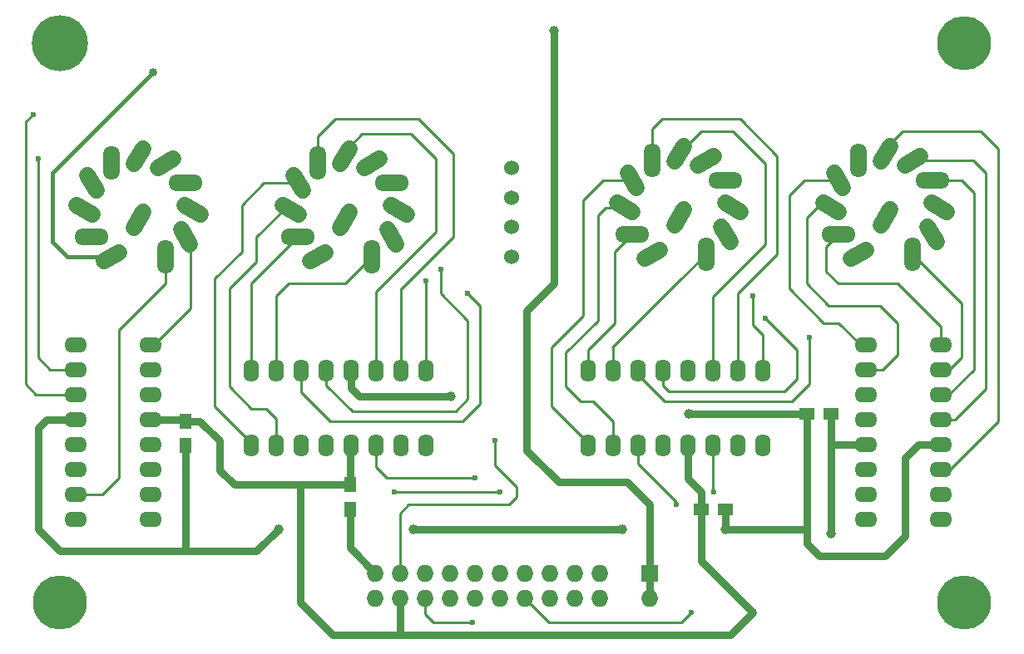
<source format=gtl>
G04 #@! TF.FileFunction,Copper,L1,Top,Signal*
%FSLAX46Y46*%
G04 Gerber Fmt 4.6, Leading zero omitted, Abs format (unit mm)*
G04 Created by KiCad (PCBNEW 4.0.4-stable) date 11/21/16 22:50:33*
%MOMM*%
%LPD*%
G01*
G04 APERTURE LIST*
%ADD10C,0.100000*%
%ADD11O,2.300000X1.600000*%
%ADD12O,1.600000X2.300000*%
%ADD13R,1.727200X1.727200*%
%ADD14O,1.727200X1.727200*%
%ADD15C,1.524000*%
%ADD16C,5.700000*%
%ADD17C,5.500000*%
%ADD18R,1.500000X1.250000*%
%ADD19R,1.250000X1.500000*%
%ADD20C,1.700000*%
%ADD21O,3.500000X1.700000*%
%ADD22O,1.700000X3.500000*%
%ADD23C,1.000000*%
%ADD24C,0.850000*%
%ADD25C,0.600000*%
%ADD26C,0.800000*%
%ADD27C,0.750000*%
%ADD28C,0.400000*%
%ADD29C,0.250000*%
G04 APERTURE END LIST*
D10*
D11*
X164000000Y-81750000D03*
X164000000Y-84290000D03*
X164000000Y-86830000D03*
X164000000Y-89370000D03*
X164000000Y-91910000D03*
X164000000Y-94450000D03*
X164000000Y-96990000D03*
X164000000Y-99530000D03*
X171620000Y-99530000D03*
X171620000Y-96990000D03*
X171620000Y-94450000D03*
X171620000Y-91910000D03*
X171620000Y-89370000D03*
X171620000Y-86830000D03*
X171620000Y-84290000D03*
X171620000Y-81750000D03*
D12*
X135750000Y-92000000D03*
X138290000Y-92000000D03*
X140830000Y-92000000D03*
X143370000Y-92000000D03*
X145910000Y-92000000D03*
X148450000Y-92000000D03*
X150990000Y-92000000D03*
X153530000Y-92000000D03*
X153530000Y-84380000D03*
X150990000Y-84380000D03*
X148450000Y-84380000D03*
X145910000Y-84380000D03*
X143370000Y-84380000D03*
X140830000Y-84380000D03*
X138290000Y-84380000D03*
X135750000Y-84380000D03*
X101500000Y-92000000D03*
X104040000Y-92000000D03*
X106580000Y-92000000D03*
X109120000Y-92000000D03*
X111660000Y-92000000D03*
X114200000Y-92000000D03*
X116740000Y-92000000D03*
X119280000Y-92000000D03*
X119280000Y-84380000D03*
X116740000Y-84380000D03*
X114200000Y-84380000D03*
X111660000Y-84380000D03*
X109120000Y-84380000D03*
X106580000Y-84380000D03*
X104040000Y-84380000D03*
X101500000Y-84380000D03*
D11*
X91250000Y-99500000D03*
X91250000Y-96960000D03*
X91250000Y-94420000D03*
X91250000Y-91880000D03*
X91250000Y-89340000D03*
X91250000Y-86800000D03*
X91250000Y-84260000D03*
X91250000Y-81720000D03*
X83630000Y-81720000D03*
X83630000Y-84260000D03*
X83630000Y-86800000D03*
X83630000Y-89340000D03*
X83630000Y-91880000D03*
X83630000Y-94420000D03*
X83630000Y-96960000D03*
X83630000Y-99500000D03*
D13*
X142000000Y-105000000D03*
D14*
X142000000Y-107540000D03*
X136920000Y-105000000D03*
X136920000Y-107540000D03*
X134380000Y-105000000D03*
X134380000Y-107540000D03*
X131840000Y-105000000D03*
X131840000Y-107540000D03*
X129300000Y-105000000D03*
X129300000Y-107540000D03*
X126760000Y-105000000D03*
X126760000Y-107540000D03*
X124220000Y-105000000D03*
X124220000Y-107540000D03*
X121680000Y-105000000D03*
X121680000Y-107540000D03*
X119140000Y-105000000D03*
X119140000Y-107540000D03*
X116600000Y-105000000D03*
X116600000Y-107540000D03*
X114060000Y-105000000D03*
X114060000Y-107540000D03*
D15*
X128000000Y-66750000D03*
X128000000Y-63750000D03*
X128000000Y-72750000D03*
X128000000Y-69750000D03*
D16*
X82000000Y-51000000D03*
D17*
X174000000Y-51000000D03*
X174000000Y-108000000D03*
X82000000Y-108000000D03*
D18*
X147250000Y-98500000D03*
X149750000Y-98500000D03*
D19*
X94750000Y-89500000D03*
X94750000Y-92000000D03*
X111500000Y-96000000D03*
X111500000Y-98500000D03*
D18*
X160500000Y-88750000D03*
X158000000Y-88750000D03*
D20*
X145450000Y-67970577D02*
X144550000Y-69529423D01*
X149720577Y-67300000D02*
X151279423Y-68200000D01*
D21*
X149763140Y-65000000D03*
D20*
X146970577Y-63436860D02*
X148529423Y-62536860D01*
X144550000Y-63029423D02*
X145450000Y-61470577D01*
D22*
X142250000Y-62986860D03*
D20*
X140686860Y-65779423D02*
X139786860Y-64220577D01*
X140279423Y-68200000D02*
X138720577Y-67300000D01*
D21*
X140236860Y-70500000D03*
D20*
X143029423Y-72063140D02*
X141470577Y-72963140D01*
D22*
X147750000Y-72513140D03*
D20*
X149313140Y-69720577D02*
X150213140Y-71279423D01*
X166450000Y-67970577D02*
X165550000Y-69529423D01*
X170720577Y-67300000D02*
X172279423Y-68200000D01*
D21*
X170763140Y-65000000D03*
D20*
X167970577Y-63436860D02*
X169529423Y-62536860D01*
X165550000Y-63029423D02*
X166450000Y-61470577D01*
D22*
X163250000Y-62986860D03*
D20*
X161686860Y-65779423D02*
X160786860Y-64220577D01*
X161279423Y-68200000D02*
X159720577Y-67300000D01*
D21*
X161236860Y-70500000D03*
D20*
X164029423Y-72063140D02*
X162470577Y-72963140D01*
D22*
X168750000Y-72513140D03*
D20*
X170313140Y-69720577D02*
X171213140Y-71279423D01*
X111450000Y-68220577D02*
X110550000Y-69779423D01*
X115720577Y-67550000D02*
X117279423Y-68450000D01*
D21*
X115763140Y-65250000D03*
D20*
X112970577Y-63686860D02*
X114529423Y-62786860D01*
X110550000Y-63279423D02*
X111450000Y-61720577D01*
D22*
X108250000Y-63236860D03*
D20*
X106686860Y-66029423D02*
X105786860Y-64470577D01*
X106279423Y-68450000D02*
X104720577Y-67550000D01*
D21*
X106236860Y-70750000D03*
D20*
X109029423Y-72313140D02*
X107470577Y-73213140D01*
D22*
X113750000Y-72763140D03*
D20*
X115313140Y-69970577D02*
X116213140Y-71529423D01*
X90450000Y-68220577D02*
X89550000Y-69779423D01*
X94720577Y-67550000D02*
X96279423Y-68450000D01*
D21*
X94763140Y-65250000D03*
D20*
X91970577Y-63686860D02*
X93529423Y-62786860D01*
X89550000Y-63279423D02*
X90450000Y-61720577D01*
D22*
X87250000Y-63236860D03*
D20*
X85686860Y-66029423D02*
X84786860Y-64470577D01*
X85279423Y-68450000D02*
X83720577Y-67550000D01*
D21*
X85236860Y-70750000D03*
D20*
X88029423Y-72313140D02*
X86470577Y-73213140D01*
D22*
X92750000Y-72763140D03*
D20*
X94313140Y-69970577D02*
X95213140Y-71529423D01*
D23*
X149750000Y-100500000D03*
X139250000Y-100500000D03*
X118000000Y-100500000D03*
X146000000Y-88750000D03*
X104250000Y-100500000D03*
X121750000Y-87000000D03*
D24*
X91500000Y-54000000D03*
D25*
X79750000Y-62750000D03*
X79250000Y-58250000D03*
X158250000Y-81000000D03*
X153750000Y-79000000D03*
X152500000Y-76750000D03*
X123500000Y-76500000D03*
X120750000Y-74000000D03*
X119250000Y-75250000D03*
D23*
X132250000Y-49750000D03*
D24*
X152500000Y-109000000D03*
D23*
X160500000Y-101000000D03*
D25*
X144750000Y-98000000D03*
X148500000Y-96750000D03*
X146250000Y-109000000D03*
X126750000Y-96750000D03*
X116000000Y-96750000D03*
X124250000Y-95250000D03*
X124000000Y-110000000D03*
X126250000Y-91500000D03*
D26*
X94750000Y-92000000D02*
X94750000Y-102750000D01*
X111500000Y-98500000D02*
X111500000Y-102440000D01*
X111500000Y-102440000D02*
X114060000Y-105000000D01*
X118000000Y-100500000D02*
X139250000Y-100500000D01*
X149750000Y-98500000D02*
X149750000Y-100500000D01*
X149750000Y-100500000D02*
X158000000Y-100500000D01*
X158000000Y-102000000D02*
X159250000Y-103250000D01*
X158000000Y-100500000D02*
X158000000Y-102000000D01*
X159250000Y-103250000D02*
X166000000Y-103250000D01*
X158000000Y-88750000D02*
X158000000Y-100500000D01*
X158000000Y-88750000D02*
X146000000Y-88750000D01*
X82000000Y-102750000D02*
X94750000Y-102750000D01*
X94750000Y-102750000D02*
X102000000Y-102750000D01*
X104250000Y-100500000D02*
X102000000Y-102750000D01*
X83630000Y-89340000D02*
X80660000Y-89340000D01*
X79750000Y-90250000D02*
X80660000Y-89340000D01*
X79750000Y-100500000D02*
X79750000Y-90250000D01*
X82000000Y-102750000D02*
X79750000Y-100500000D01*
D27*
X169340000Y-91910000D02*
X171620000Y-91910000D01*
X166000000Y-103250000D02*
X168000000Y-101250000D01*
X168000000Y-101250000D02*
X168000000Y-93250000D01*
X168000000Y-93250000D02*
X169340000Y-91910000D01*
X111660000Y-84380000D02*
X111660000Y-86160000D01*
X111660000Y-86160000D02*
X112500000Y-87000000D01*
X112500000Y-87000000D02*
X121750000Y-87000000D01*
D28*
X82763140Y-72763140D02*
X81250000Y-71250000D01*
X81250000Y-71250000D02*
X81250000Y-64250000D01*
X81250000Y-64250000D02*
X91500000Y-54000000D01*
X87250000Y-72763140D02*
X82763140Y-72763140D01*
D29*
X92750000Y-72763140D02*
X92750000Y-75500000D01*
X86290000Y-96960000D02*
X83630000Y-96960000D01*
X88000000Y-95250000D02*
X86290000Y-96960000D01*
X88000000Y-80250000D02*
X88000000Y-95250000D01*
X92750000Y-75500000D02*
X88000000Y-80250000D01*
X79750000Y-83000000D02*
X81010000Y-84260000D01*
X79750000Y-62750000D02*
X79750000Y-83000000D01*
X83630000Y-84260000D02*
X81010000Y-84260000D01*
X79250000Y-58250000D02*
X78500000Y-59000000D01*
X78500000Y-59000000D02*
X78500000Y-85750000D01*
X78500000Y-85750000D02*
X79550000Y-86800000D01*
X83630000Y-86800000D02*
X79550000Y-86800000D01*
X91250000Y-81720000D02*
X91530000Y-81720000D01*
X91530000Y-81720000D02*
X95250000Y-78000000D01*
X95250000Y-78000000D02*
X95250000Y-71236860D01*
X95250000Y-71236860D02*
X94763140Y-70750000D01*
X145000000Y-75250000D02*
X138250000Y-82000000D01*
X138250000Y-82000000D02*
X138290000Y-82000000D01*
X138290000Y-84380000D02*
X138290000Y-82000000D01*
X145000000Y-75250000D02*
X145013140Y-75250000D01*
X145013140Y-75250000D02*
X147750000Y-72513140D01*
X135750000Y-84380000D02*
X135750000Y-82250000D01*
X138500000Y-79500000D02*
X138500000Y-72236860D01*
X135750000Y-82250000D02*
X138500000Y-79500000D01*
X138500000Y-72236860D02*
X140236860Y-70500000D01*
X136750000Y-68500000D02*
X136750000Y-79250000D01*
X138290000Y-89540000D02*
X136250000Y-87500000D01*
X136250000Y-87500000D02*
X135000000Y-87500000D01*
X135000000Y-87500000D02*
X133500000Y-86000000D01*
X133500000Y-86000000D02*
X133500000Y-82500000D01*
X136750000Y-68500000D02*
X137500000Y-67750000D01*
X139500000Y-67750000D02*
X137500000Y-67750000D01*
X138290000Y-89540000D02*
X138290000Y-92000000D01*
X133500000Y-82500000D02*
X136750000Y-79250000D01*
X139500000Y-67750000D02*
X138500000Y-67750000D01*
X135250000Y-67000000D02*
X135250000Y-78750000D01*
X132000000Y-88000000D02*
X132000000Y-82000000D01*
X135250000Y-67000000D02*
X137250000Y-65000000D01*
X140236860Y-65000000D02*
X137250000Y-65000000D01*
X132000000Y-88000000D02*
X135750000Y-91750000D01*
X132000000Y-82000000D02*
X135250000Y-78750000D01*
X135750000Y-92000000D02*
X135750000Y-91750000D01*
X150990000Y-84380000D02*
X150990000Y-76510000D01*
X142250000Y-59750000D02*
X142250000Y-62986860D01*
X143250000Y-58750000D02*
X142250000Y-59750000D01*
X151250000Y-58750000D02*
X143250000Y-58750000D01*
X155000000Y-62500000D02*
X151250000Y-58750000D01*
X155000000Y-72500000D02*
X155000000Y-62500000D01*
X150990000Y-76510000D02*
X155000000Y-72500000D01*
X142250000Y-62986860D02*
X142236860Y-62986860D01*
X148450000Y-84380000D02*
X148450000Y-76800000D01*
X147250000Y-60000000D02*
X145000000Y-62250000D01*
X150500000Y-60000000D02*
X147250000Y-60000000D01*
X153750000Y-63250000D02*
X150500000Y-60000000D01*
X153750000Y-71500000D02*
X153750000Y-63250000D01*
X148450000Y-76800000D02*
X153750000Y-71500000D01*
X140830000Y-84380000D02*
X140830000Y-84830000D01*
X140830000Y-84830000D02*
X143500000Y-87500000D01*
X143500000Y-87500000D02*
X156500000Y-87500000D01*
X156500000Y-87500000D02*
X158250000Y-85750000D01*
X158250000Y-85750000D02*
X158250000Y-81000000D01*
X143370000Y-84380000D02*
X143370000Y-85870000D01*
X155750000Y-86500000D02*
X157000000Y-85250000D01*
X144000000Y-86500000D02*
X155750000Y-86500000D01*
X143370000Y-85870000D02*
X144000000Y-86500000D01*
X153750000Y-79000000D02*
X157000000Y-82250000D01*
X157000000Y-82250000D02*
X157000000Y-85250000D01*
X153500000Y-84350000D02*
X153500000Y-80750000D01*
X152500000Y-79750000D02*
X153500000Y-80750000D01*
X152500000Y-79750000D02*
X152500000Y-76750000D01*
X153500000Y-84350000D02*
X153530000Y-84380000D01*
X149763140Y-71013140D02*
X149763140Y-70500000D01*
X104040000Y-84380000D02*
X104040000Y-76710000D01*
X111013140Y-75500000D02*
X113750000Y-72763140D01*
X105250000Y-75500000D02*
X111013140Y-75500000D01*
X104040000Y-76710000D02*
X105250000Y-75500000D01*
X101500000Y-84380000D02*
X101500000Y-75486860D01*
X101500000Y-75486860D02*
X106236860Y-70750000D01*
X105500000Y-68000000D02*
X104750000Y-68000000D01*
X104750000Y-68000000D02*
X102000000Y-70750000D01*
X102000000Y-70750000D02*
X102000000Y-73250000D01*
X102000000Y-73250000D02*
X99250000Y-76000000D01*
X99250000Y-76000000D02*
X99250000Y-86000000D01*
X99250000Y-86000000D02*
X101500000Y-88250000D01*
X101500000Y-88250000D02*
X103000000Y-88250000D01*
X103000000Y-88250000D02*
X104040000Y-89290000D01*
X104040000Y-89290000D02*
X104040000Y-92000000D01*
X101500000Y-92000000D02*
X101500000Y-91750000D01*
X101500000Y-91750000D02*
X97750000Y-88000000D01*
X97750000Y-88000000D02*
X97750000Y-75000000D01*
X97750000Y-75000000D02*
X100500000Y-72250000D01*
X100500000Y-72250000D02*
X100500000Y-67500000D01*
X100500000Y-67500000D02*
X102750000Y-65250000D01*
X102750000Y-65250000D02*
X106236860Y-65250000D01*
X116740000Y-76000000D02*
X116750000Y-76000000D01*
X108250000Y-60500000D02*
X108250000Y-63236860D01*
X110000000Y-58750000D02*
X108250000Y-60500000D01*
X118500000Y-58750000D02*
X110000000Y-58750000D01*
X122000000Y-62250000D02*
X118500000Y-58750000D01*
X122000000Y-70750000D02*
X122000000Y-62250000D01*
X116750000Y-76000000D02*
X122000000Y-70750000D01*
X116740000Y-84380000D02*
X116740000Y-76000000D01*
X111000000Y-62500000D02*
X111000000Y-62000000D01*
X111000000Y-62000000D02*
X112750000Y-60250000D01*
X112750000Y-60250000D02*
X117750000Y-60250000D01*
X117750000Y-60250000D02*
X120250000Y-62750000D01*
X120250000Y-62750000D02*
X120250000Y-70250000D01*
X120250000Y-70250000D02*
X114200000Y-76300000D01*
X114200000Y-76300000D02*
X114200000Y-84380000D01*
X109500000Y-89500000D02*
X123000000Y-89500000D01*
X106580000Y-84380000D02*
X106580000Y-86580000D01*
X106580000Y-86580000D02*
X109500000Y-89500000D01*
X124750000Y-77750000D02*
X123500000Y-76500000D01*
X124750000Y-87750000D02*
X124750000Y-77750000D01*
X123000000Y-89500000D02*
X124750000Y-87750000D01*
X123500000Y-87250000D02*
X123500000Y-79250000D01*
X111750000Y-88500000D02*
X122250000Y-88500000D01*
X109120000Y-85870000D02*
X111750000Y-88500000D01*
X109120000Y-84380000D02*
X109120000Y-85870000D01*
X120750000Y-76500000D02*
X120750000Y-74000000D01*
X123500000Y-79250000D02*
X120750000Y-76500000D01*
X122250000Y-88500000D02*
X123500000Y-87250000D01*
X119250000Y-75250000D02*
X119280000Y-75250000D01*
X119280000Y-75250000D02*
X119250000Y-75250000D01*
X119250000Y-75250000D02*
X119280000Y-75250000D01*
X119280000Y-84380000D02*
X119280000Y-75250000D01*
X171620000Y-84290000D02*
X172460000Y-84290000D01*
X172460000Y-84290000D02*
X173750000Y-83000000D01*
X173750000Y-83000000D02*
X173750000Y-77513140D01*
X173750000Y-77513140D02*
X168750000Y-72513140D01*
X161250000Y-75500000D02*
X167250000Y-75500000D01*
X161250000Y-75500000D02*
X160000000Y-74250000D01*
X160000000Y-74250000D02*
X160000000Y-71736860D01*
X161236860Y-70500000D02*
X160000000Y-71736860D01*
X171620000Y-79870000D02*
X171620000Y-81750000D01*
X167250000Y-75500000D02*
X171620000Y-79870000D01*
X167250000Y-82750000D02*
X167250000Y-79500000D01*
X165710000Y-84290000D02*
X167250000Y-82750000D01*
X164000000Y-84290000D02*
X165710000Y-84290000D01*
X158000000Y-68750000D02*
X159000000Y-67750000D01*
X158000000Y-75500000D02*
X158000000Y-68750000D01*
X160250000Y-77750000D02*
X158000000Y-75500000D01*
X165500000Y-77750000D02*
X160250000Y-77750000D01*
X167250000Y-79500000D02*
X165500000Y-77750000D01*
X159000000Y-67750000D02*
X160500000Y-67750000D01*
X164000000Y-81750000D02*
X163500000Y-81750000D01*
X163500000Y-81750000D02*
X161250000Y-79500000D01*
X161250000Y-79500000D02*
X159750000Y-79500000D01*
X159750000Y-79500000D02*
X156250000Y-76000000D01*
X156250000Y-76000000D02*
X156250000Y-66500000D01*
X156250000Y-66500000D02*
X157750000Y-65000000D01*
X157750000Y-65000000D02*
X161236860Y-65000000D01*
X171620000Y-94450000D02*
X172550000Y-94450000D01*
X172550000Y-94450000D02*
X177500000Y-89500000D01*
X177500000Y-89500000D02*
X177500000Y-61750000D01*
X177500000Y-61750000D02*
X175750000Y-60000000D01*
X175750000Y-60000000D02*
X167750000Y-60000000D01*
X167750000Y-60000000D02*
X166000000Y-61750000D01*
X166000000Y-61750000D02*
X166000000Y-62250000D01*
X176250000Y-86250000D02*
X176250000Y-64250000D01*
X176250000Y-64250000D02*
X174986860Y-62986860D01*
X168750000Y-62986860D02*
X174986860Y-62986860D01*
X171620000Y-89370000D02*
X173130000Y-89370000D01*
X173130000Y-89370000D02*
X176250000Y-86250000D01*
X171620000Y-86830000D02*
X172420000Y-86830000D01*
X172420000Y-86830000D02*
X175000000Y-84250000D01*
X175000000Y-84250000D02*
X175000000Y-66250000D01*
X175000000Y-66250000D02*
X173750000Y-65000000D01*
X173750000Y-65000000D02*
X170763140Y-65000000D01*
D26*
X142000000Y-105000000D02*
X142000000Y-107540000D01*
X142000000Y-105000000D02*
X142000000Y-98000000D01*
X142000000Y-98000000D02*
X139750000Y-95750000D01*
X139750000Y-95750000D02*
X132750000Y-95750000D01*
X132750000Y-95750000D02*
X129500000Y-92500000D01*
X129500000Y-78250000D02*
X132250000Y-75500000D01*
X132250000Y-75500000D02*
X132250000Y-49750000D01*
X129500000Y-92500000D02*
X129500000Y-78250000D01*
X106500000Y-96000000D02*
X99750000Y-96000000D01*
X96250000Y-89500000D02*
X98250000Y-91500000D01*
X98250000Y-91500000D02*
X98250000Y-94500000D01*
X98250000Y-94500000D02*
X99750000Y-96000000D01*
X96250000Y-89500000D02*
X94750000Y-89500000D01*
X91250000Y-89340000D02*
X94590000Y-89340000D01*
X94590000Y-89340000D02*
X94750000Y-89500000D01*
X106500000Y-108000000D02*
X106500000Y-96000000D01*
X111500000Y-96000000D02*
X106500000Y-96000000D01*
X111500000Y-96000000D02*
X111500000Y-92160000D01*
X111500000Y-92160000D02*
X111660000Y-92000000D01*
X111660000Y-95750000D02*
X111660000Y-95840000D01*
X147250000Y-98500000D02*
X147250000Y-103750000D01*
X147250000Y-103750000D02*
X152500000Y-109000000D01*
X145910000Y-92000000D02*
X145910000Y-95410000D01*
X147250000Y-96750000D02*
X147250000Y-98500000D01*
X145910000Y-95410000D02*
X147250000Y-96750000D01*
X164000000Y-91910000D02*
X160500000Y-91910000D01*
X160590000Y-92000000D02*
X160500000Y-92000000D01*
X160500000Y-91910000D02*
X160590000Y-92000000D01*
X160500000Y-88500000D02*
X160500000Y-92000000D01*
X160500000Y-92000000D02*
X160500000Y-101000000D01*
X152500000Y-109000000D02*
X150250000Y-111250000D01*
X150250000Y-111250000D02*
X116500000Y-111250000D01*
X116600000Y-107540000D02*
X116600000Y-111250000D01*
X116500000Y-111150000D02*
X116500000Y-111250000D01*
X116600000Y-111250000D02*
X116500000Y-111150000D01*
X116500000Y-111250000D02*
X109750000Y-111250000D01*
X106500000Y-108000000D02*
X109750000Y-111250000D01*
D29*
X140830000Y-93830000D02*
X144750000Y-97750000D01*
X144750000Y-97750000D02*
X144750000Y-98000000D01*
X140830000Y-93830000D02*
X140830000Y-92000000D01*
X148450000Y-96700000D02*
X148450000Y-92000000D01*
X148500000Y-96750000D02*
X148450000Y-96700000D01*
X129300000Y-107540000D02*
X131760000Y-110000000D01*
X146250000Y-109000000D02*
X145250000Y-110000000D01*
X145250000Y-110000000D02*
X131760000Y-110000000D01*
X126750000Y-96750000D02*
X116000000Y-96750000D01*
X115250000Y-95250000D02*
X124250000Y-95250000D01*
X114200000Y-94200000D02*
X115250000Y-95250000D01*
X114200000Y-94200000D02*
X114200000Y-92000000D01*
X119140000Y-109140000D02*
X119140000Y-107540000D01*
X120000000Y-110000000D02*
X119140000Y-109140000D01*
X124000000Y-110000000D02*
X120000000Y-110000000D01*
X116600000Y-105000000D02*
X116600000Y-98900000D01*
X127750000Y-98000000D02*
X128500000Y-97250000D01*
X128500000Y-97250000D02*
X128500000Y-96250000D01*
X128500000Y-96250000D02*
X126250000Y-94000000D01*
X126250000Y-94000000D02*
X126250000Y-91500000D01*
X117500000Y-98000000D02*
X127750000Y-98000000D01*
X116600000Y-98900000D02*
X117500000Y-98000000D01*
M02*

</source>
